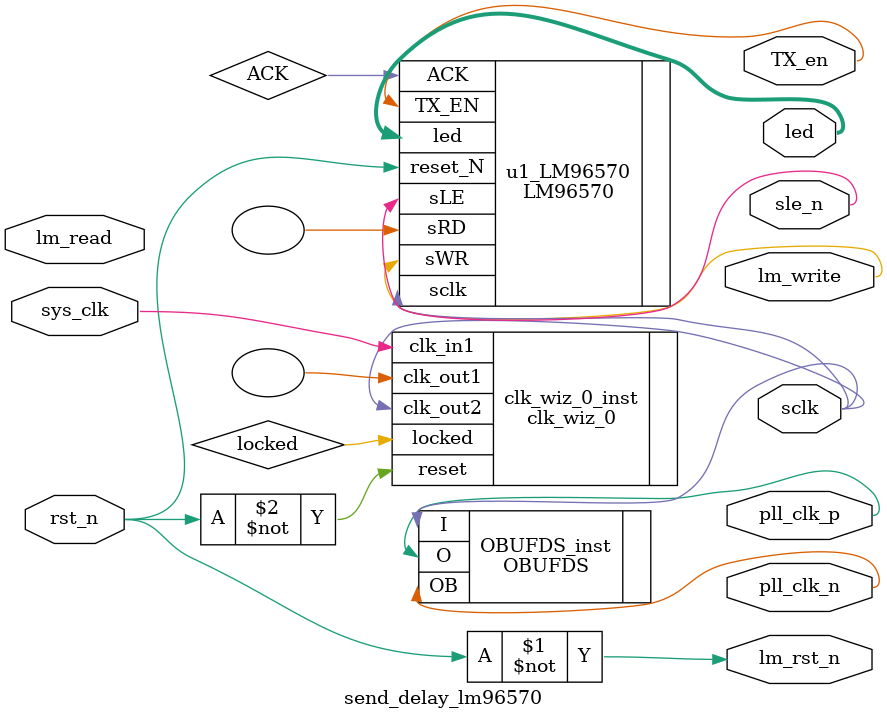
<source format=v>
`timescale 1ns / 1ps

module send_delay_lm96570(

input wire sys_clk,  //ÏµÍ³Ê±ÖÓ50Mhz
input wire rst_n,    //¸´Î»ÐÅºÅ£¬µÍµçÓÐÐ§
input wire lm_read,    //SRD,¶ÁÈ¡×ÜÏß 

output wire TX_en,     //·¢ÉäÊ¹ÄÜ£¬¸ßµçÆ½ÆÚ¼ä·¢Éä¼Ä´æÆ÷Âö³å±àÂë
output wire sclk,     //Ð´Èë¼Ä´æÊ±ÖÓ max£º80Mhz
output wire sle_n,     //µÍµçÓÐÐ§Ê¹ÄÜ£¬Ð´ÈëÊ±Ê×ÏÈÀ­µÍ   
output wire lm_rst_n,    
output wire lm_write,   //SWR,Ð´Èë×ÜÏß
output wire [2:0]led,

output wire pll_clk_p,
output wire pll_clk_n

    );
assign lm_rst_n = ~rst_n;
////////////////////////////////////lm96570Àý»¯///////////////////////////////////////////////////////////    
    LM96570 u1_LM96570(
    
    .sclk(sclk),
    .reset_N(rst_n),
    .sRD(),
    .sLE(sle_n),
    .sWR(lm_write),
    .TX_EN(TX_en),
    .ACK(ACK),
    .led(led)
    
    );
    
/////////////////////PLL IP and clock input////////////////////////////
clk_wiz_0 clk_wiz_0_inst
   (// Clock in ports
    .clk_in1(sys_clk),            // IN 50Mhz
    // Clock out ports
    .clk_out1(),                // OUT 80Mhz
    .clk_out2(sclk),                // OUT 40Mhz
    // Status and control signals	 
    .reset(~rst_n),        // RESET IN
    .locked(locked));      // OUT
 
/* 
wire user_clk_bufg_oddr;
ODDR #(
      .DDR_CLK_EDGE("OPPOSITE_EDGE"), //"OPPOSITE_EDGE" or "SAME_EDGE"
      .INIT(1'b0),    // Initial value of Q: 1'b0 or 1'b1
      .SRTYPE("SYNC") // Set/Reset type: "SYNC" or "ASYNC"
 ) ODDR_out_clock_inst_user_clock (
     .Q(user_clk_bufg_oddr),   // 1-bit DDR output
     .C(sclk),   // 1-bit clock input
     .CE(1'b1), // 1-bit clock enable input
     .D1(1'b1), // 1-bit data input (positive edge)
     .D2(1'b0), // 1-bit data input (negative edge)
     .R(),   // 1-bit reset
     .S()    // 1-bit set
);*/

    
///////////////////////////²î·ÖÊ±ÖÓÊä³ö/////////////////////////////////////////
  OBUFDS #(
      .IOSTANDARD("BLVDS_25"), // Specify the output I/O standard
      .SLEW("SLOW")           // Specify the output slew rate
   ) OBUFDS_inst (
      .O(pll_clk_p),     // Diff_p output (connect directly to top-level port)
      .OB(pll_clk_n),   // Diff_n output (connect directly to top-level port)
      .I(sclk)      // Buffer input
   );

    
    
    
endmodule

</source>
